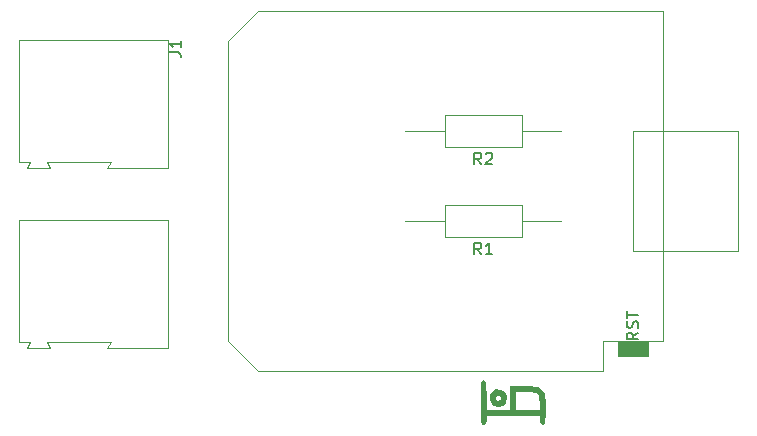
<source format=gbr>
%TF.GenerationSoftware,KiCad,Pcbnew,(6.0.9)*%
%TF.CreationDate,2022-12-01T11:48:01+01:00*%
%TF.ProjectId,bed_occupacy_sensor,6265645f-6f63-4637-9570-6163795f7365,rev?*%
%TF.SameCoordinates,Original*%
%TF.FileFunction,Legend,Top*%
%TF.FilePolarity,Positive*%
%FSLAX46Y46*%
G04 Gerber Fmt 4.6, Leading zero omitted, Abs format (unit mm)*
G04 Created by KiCad (PCBNEW (6.0.9)) date 2022-12-01 11:48:01*
%MOMM*%
%LPD*%
G01*
G04 APERTURE LIST*
%ADD10C,0.150000*%
%ADD11C,0.120000*%
%ADD12C,0.100000*%
G04 APERTURE END LIST*
D10*
%TO.C,J1*%
X110582380Y-56833333D02*
X111296666Y-56833333D01*
X111439523Y-56880952D01*
X111534761Y-56976190D01*
X111582380Y-57119047D01*
X111582380Y-57214285D01*
X111582380Y-55833333D02*
X111582380Y-56404761D01*
X111582380Y-56119047D02*
X110582380Y-56119047D01*
X110725238Y-56214285D01*
X110820476Y-56309523D01*
X110868095Y-56404761D01*
%TO.C,U1*%
X150312380Y-80557619D02*
X149836190Y-80890952D01*
X150312380Y-81129047D02*
X149312380Y-81129047D01*
X149312380Y-80748095D01*
X149360000Y-80652857D01*
X149407619Y-80605238D01*
X149502857Y-80557619D01*
X149645714Y-80557619D01*
X149740952Y-80605238D01*
X149788571Y-80652857D01*
X149836190Y-80748095D01*
X149836190Y-81129047D01*
X150264761Y-80176666D02*
X150312380Y-80033809D01*
X150312380Y-79795714D01*
X150264761Y-79700476D01*
X150217142Y-79652857D01*
X150121904Y-79605238D01*
X150026666Y-79605238D01*
X149931428Y-79652857D01*
X149883809Y-79700476D01*
X149836190Y-79795714D01*
X149788571Y-79986190D01*
X149740952Y-80081428D01*
X149693333Y-80129047D01*
X149598095Y-80176666D01*
X149502857Y-80176666D01*
X149407619Y-80129047D01*
X149360000Y-80081428D01*
X149312380Y-79986190D01*
X149312380Y-79748095D01*
X149360000Y-79605238D01*
X149312380Y-79319523D02*
X149312380Y-78748095D01*
X150312380Y-79033809D02*
X149312380Y-79033809D01*
%TO.C,R2*%
X136993333Y-66322380D02*
X136660000Y-65846190D01*
X136421904Y-66322380D02*
X136421904Y-65322380D01*
X136802857Y-65322380D01*
X136898095Y-65370000D01*
X136945714Y-65417619D01*
X136993333Y-65512857D01*
X136993333Y-65655714D01*
X136945714Y-65750952D01*
X136898095Y-65798571D01*
X136802857Y-65846190D01*
X136421904Y-65846190D01*
X137374285Y-65417619D02*
X137421904Y-65370000D01*
X137517142Y-65322380D01*
X137755238Y-65322380D01*
X137850476Y-65370000D01*
X137898095Y-65417619D01*
X137945714Y-65512857D01*
X137945714Y-65608095D01*
X137898095Y-65750952D01*
X137326666Y-66322380D01*
X137945714Y-66322380D01*
%TO.C,R1*%
X136993333Y-73942380D02*
X136660000Y-73466190D01*
X136421904Y-73942380D02*
X136421904Y-72942380D01*
X136802857Y-72942380D01*
X136898095Y-72990000D01*
X136945714Y-73037619D01*
X136993333Y-73132857D01*
X136993333Y-73275714D01*
X136945714Y-73370952D01*
X136898095Y-73418571D01*
X136802857Y-73466190D01*
X136421904Y-73466190D01*
X137945714Y-73942380D02*
X137374285Y-73942380D01*
X137660000Y-73942380D02*
X137660000Y-72942380D01*
X137564761Y-73085238D01*
X137469523Y-73180476D01*
X137374285Y-73228095D01*
%TO.C,G\u002A\u002A\u002A*%
G36*
X137311434Y-84625449D02*
G01*
X137384346Y-84707163D01*
X137425332Y-84898713D01*
X137443452Y-85245393D01*
X137447763Y-85792496D01*
X137447783Y-85859508D01*
X137447783Y-87110739D01*
X139449754Y-87110739D01*
X139950246Y-87110739D01*
X141952217Y-87110739D01*
X141952217Y-86510148D01*
X141922615Y-86123552D01*
X141847659Y-85833471D01*
X141802069Y-85759409D01*
X141595803Y-85677518D01*
X141208054Y-85624316D01*
X140801084Y-85609261D01*
X139950246Y-85609261D01*
X139950246Y-87110739D01*
X139449754Y-87110739D01*
X139449754Y-85108769D01*
X140644111Y-85108769D01*
X141209056Y-85113863D01*
X141584012Y-85137354D01*
X141829164Y-85191550D01*
X142004695Y-85288763D01*
X142145589Y-85415889D01*
X142283343Y-85570655D01*
X142372378Y-85740927D01*
X142423237Y-85982546D01*
X142446464Y-86351358D01*
X142452604Y-86903205D01*
X142452710Y-87042490D01*
X142449597Y-87630082D01*
X142434676Y-88011603D01*
X142399574Y-88231203D01*
X142335918Y-88333034D01*
X142235333Y-88361246D01*
X142202463Y-88361971D01*
X142019291Y-88302982D01*
X141954799Y-88083498D01*
X141952217Y-87986601D01*
X141952217Y-87611232D01*
X137447783Y-87611232D01*
X137447783Y-87986601D01*
X137408458Y-88261360D01*
X137262135Y-88358098D01*
X137197537Y-88361971D01*
X137101360Y-88349671D01*
X137033592Y-88287991D01*
X136989276Y-88139755D01*
X136963456Y-87867790D01*
X136951175Y-87434920D01*
X136947477Y-86803972D01*
X136947291Y-86485123D01*
X136948931Y-85763796D01*
X136957155Y-85255535D01*
X136976920Y-84923167D01*
X137013182Y-84729517D01*
X137070898Y-84637411D01*
X137155024Y-84609674D01*
X137197537Y-84608276D01*
X137311434Y-84625449D01*
G37*
G36*
X137926848Y-85566092D02*
G01*
X138288074Y-85379166D01*
X138662762Y-85397121D01*
X138980987Y-85588893D01*
X139172827Y-85923416D01*
X139199508Y-86131494D01*
X139094285Y-86494506D01*
X138828928Y-86744814D01*
X138478900Y-86853255D01*
X138119665Y-86790671D01*
X137905107Y-86631675D01*
X137725251Y-86275501D01*
X137728590Y-86146010D01*
X138239469Y-86146010D01*
X138330730Y-86320419D01*
X138448769Y-86360000D01*
X138609244Y-86268856D01*
X138643191Y-86223975D01*
X138657808Y-86033153D01*
X138525425Y-85905128D01*
X138343846Y-85920587D01*
X138309523Y-85948704D01*
X138239469Y-86146010D01*
X137728590Y-86146010D01*
X137735341Y-85884224D01*
X137926848Y-85566092D01*
G37*
D11*
%TO.C,J1*%
X100490000Y-66620000D02*
X100240000Y-66120000D01*
X97840000Y-55770000D02*
X97840000Y-66120000D01*
X100440000Y-66620000D02*
X100490000Y-66620000D01*
X105340000Y-66620000D02*
X110440000Y-66620000D01*
X110440000Y-66620000D02*
X110440000Y-55770000D01*
X110440000Y-55770000D02*
X97840000Y-55770000D01*
X100240000Y-66120000D02*
X105640000Y-66120000D01*
X98790000Y-66120000D02*
X98540000Y-66620000D01*
X105640000Y-66120000D02*
X105340000Y-66620000D01*
X97840000Y-66120000D02*
X98790000Y-66120000D01*
X98540000Y-66620000D02*
X100440000Y-66620000D01*
%TO.C,U1*%
X149860000Y-63500000D02*
X152400000Y-63500000D01*
X149860000Y-73660000D02*
X149860000Y-63500000D01*
X152400000Y-73660000D02*
X149860000Y-73660000D01*
X158750000Y-63500000D02*
X152400000Y-63500000D01*
X158750000Y-73660000D02*
X158750000Y-63500000D01*
X152400000Y-73660000D02*
X158750000Y-73660000D01*
X152400000Y-81280000D02*
X152400000Y-53340000D01*
G36*
X151130000Y-82550000D02*
G01*
X148590000Y-82550000D01*
X148590000Y-81280000D01*
X151130000Y-81280000D01*
X151130000Y-82550000D01*
G37*
D12*
X151130000Y-82550000D02*
X148590000Y-82550000D01*
X148590000Y-81280000D01*
X151130000Y-81280000D01*
X151130000Y-82550000D01*
D11*
X147320000Y-83820000D02*
X147320000Y-81280000D01*
X118110000Y-83820000D02*
X147320000Y-83820000D01*
X118110000Y-53340000D02*
X152400000Y-53340000D01*
X115570000Y-81280000D02*
X115570000Y-80010000D01*
X115570000Y-81280000D02*
X118110000Y-83820000D01*
X115570000Y-55880000D02*
X118110000Y-53340000D01*
X115570000Y-55880000D02*
X115570000Y-80010000D01*
X147320000Y-81280000D02*
X152400000Y-81280000D01*
%TO.C,R2*%
X133890000Y-62130000D02*
X133890000Y-64870000D01*
X130580000Y-63500000D02*
X133890000Y-63500000D01*
X133890000Y-64870000D02*
X140430000Y-64870000D01*
X140430000Y-62130000D02*
X133890000Y-62130000D01*
X140430000Y-64870000D02*
X140430000Y-62130000D01*
X143740000Y-63500000D02*
X140430000Y-63500000D01*
%TO.C,R1*%
X133890000Y-69750000D02*
X133890000Y-72490000D01*
X130580000Y-71120000D02*
X133890000Y-71120000D01*
X133890000Y-72490000D02*
X140430000Y-72490000D01*
X140430000Y-69750000D02*
X133890000Y-69750000D01*
X140430000Y-72490000D02*
X140430000Y-69750000D01*
X143740000Y-71120000D02*
X140430000Y-71120000D01*
%TO.C,J2*%
X100490000Y-81860000D02*
X100240000Y-81360000D01*
X97840000Y-71010000D02*
X97840000Y-81360000D01*
X100440000Y-81860000D02*
X100490000Y-81860000D01*
X105340000Y-81860000D02*
X110440000Y-81860000D01*
X110440000Y-81860000D02*
X110440000Y-71010000D01*
X110440000Y-71010000D02*
X97840000Y-71010000D01*
X100240000Y-81360000D02*
X105640000Y-81360000D01*
X98790000Y-81360000D02*
X98540000Y-81860000D01*
X105640000Y-81360000D02*
X105340000Y-81860000D01*
X97840000Y-81360000D02*
X98790000Y-81360000D01*
X98540000Y-81860000D02*
X100440000Y-81860000D01*
%TD*%
M02*

</source>
